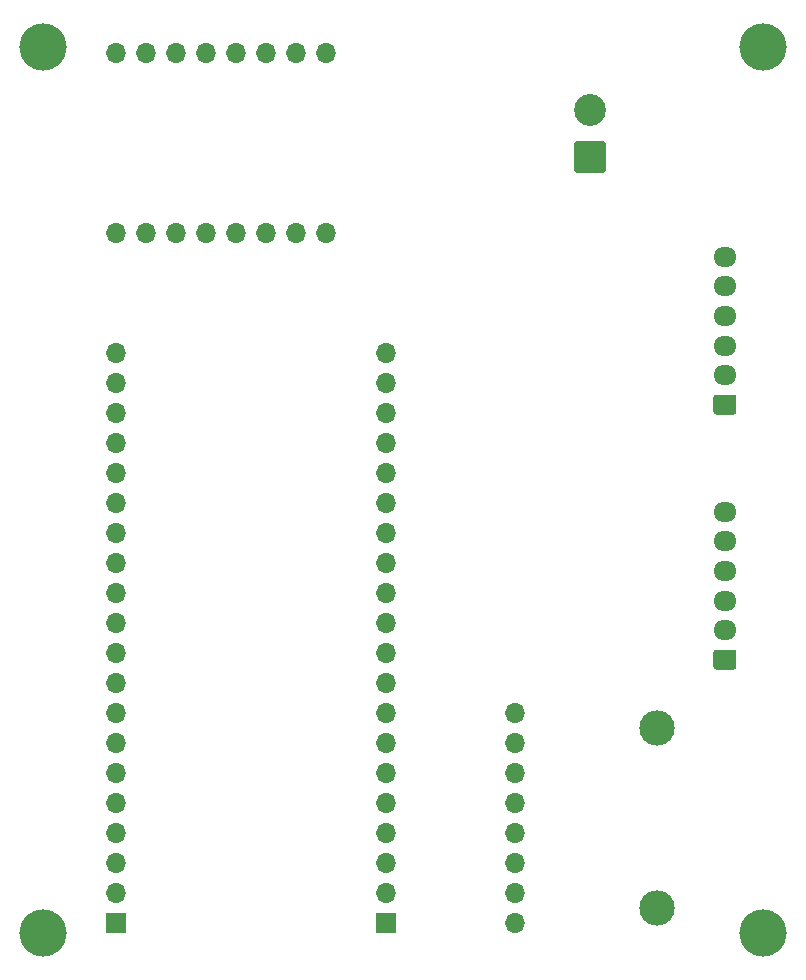
<source format=gbr>
%TF.GenerationSoftware,KiCad,Pcbnew,5.1.9*%
%TF.CreationDate,2021-05-07T09:39:52+08:00*%
%TF.ProjectId,control_board,636f6e74-726f-46c5-9f62-6f6172642e6b,rev?*%
%TF.SameCoordinates,Original*%
%TF.FileFunction,Soldermask,Top*%
%TF.FilePolarity,Negative*%
%FSLAX46Y46*%
G04 Gerber Fmt 4.6, Leading zero omitted, Abs format (unit mm)*
G04 Created by KiCad (PCBNEW 5.1.9) date 2021-05-07 09:39:52*
%MOMM*%
%LPD*%
G01*
G04 APERTURE LIST*
%ADD10C,4.000000*%
%ADD11O,1.700000X1.700000*%
%ADD12O,1.950000X1.700000*%
%ADD13C,2.700000*%
%ADD14R,1.700000X1.700000*%
%ADD15O,3.000000X3.000000*%
G04 APERTURE END LIST*
D10*
%TO.C,REF\u002A\u002A*%
X89500000Y-119500000D03*
%TD*%
D11*
%TO.C,U3*%
X113490000Y-44990000D03*
X110950000Y-44990000D03*
X108410000Y-44990000D03*
X105870000Y-44990000D03*
X103330000Y-44990000D03*
X100790000Y-44990000D03*
X98250000Y-44990000D03*
X95710000Y-44990000D03*
X113490000Y-60230000D03*
X110950000Y-60230000D03*
X108410000Y-60230000D03*
X105870000Y-60230000D03*
X103330000Y-60230000D03*
X100790000Y-60230000D03*
X98250000Y-60230000D03*
X95710000Y-60230000D03*
%TD*%
D10*
%TO.C,REF\u002A\u002A*%
X150500000Y-119500000D03*
%TD*%
%TO.C,REF\u002A\u002A*%
X150500000Y-44500000D03*
%TD*%
%TO.C,REF\u002A\u002A*%
X89500000Y-44500000D03*
%TD*%
D12*
%TO.C,J2*%
X147255000Y-62255000D03*
X147255000Y-64755000D03*
X147255000Y-67255000D03*
X147255000Y-69755000D03*
X147255000Y-72255000D03*
G36*
G01*
X147980000Y-75605000D02*
X146530000Y-75605000D01*
G75*
G02*
X146280000Y-75355000I0J250000D01*
G01*
X146280000Y-74155000D01*
G75*
G02*
X146530000Y-73905000I250000J0D01*
G01*
X147980000Y-73905000D01*
G75*
G02*
X148230000Y-74155000I0J-250000D01*
G01*
X148230000Y-75355000D01*
G75*
G02*
X147980000Y-75605000I-250000J0D01*
G01*
G37*
%TD*%
%TO.C,J3*%
G36*
G01*
X147980000Y-97195000D02*
X146530000Y-97195000D01*
G75*
G02*
X146280000Y-96945000I0J250000D01*
G01*
X146280000Y-95745000D01*
G75*
G02*
X146530000Y-95495000I250000J0D01*
G01*
X147980000Y-95495000D01*
G75*
G02*
X148230000Y-95745000I0J-250000D01*
G01*
X148230000Y-96945000D01*
G75*
G02*
X147980000Y-97195000I-250000J0D01*
G01*
G37*
X147255000Y-93845000D03*
X147255000Y-91345000D03*
X147255000Y-88845000D03*
X147255000Y-86345000D03*
X147255000Y-83845000D03*
%TD*%
%TO.C,J1*%
G36*
G01*
X136924999Y-55150000D02*
X134725001Y-55150000D01*
G75*
G02*
X134475000Y-54899999I0J250001D01*
G01*
X134475000Y-52700001D01*
G75*
G02*
X134725001Y-52450000I250001J0D01*
G01*
X136924999Y-52450000D01*
G75*
G02*
X137175000Y-52700001I0J-250001D01*
G01*
X137175000Y-54899999D01*
G75*
G02*
X136924999Y-55150000I-250001J0D01*
G01*
G37*
D13*
X135825000Y-49840000D03*
%TD*%
D11*
%TO.C,U1*%
X118570000Y-70390000D03*
X118570000Y-72930000D03*
X118570000Y-75470000D03*
X118570000Y-78010000D03*
X118570000Y-80550000D03*
X118570000Y-83090000D03*
X118570000Y-85630000D03*
X118570000Y-88170000D03*
X118570000Y-90710000D03*
X118570000Y-93250000D03*
X118570000Y-95790000D03*
X118570000Y-98330000D03*
X118570000Y-100870000D03*
X118570000Y-103410000D03*
X118570000Y-105950000D03*
X118570000Y-108490000D03*
X118570000Y-111030000D03*
X118570000Y-113570000D03*
X118570000Y-116110000D03*
D14*
X118570000Y-118650000D03*
D11*
X95710000Y-108490000D03*
D14*
X95710000Y-118650000D03*
D11*
X95710000Y-103410000D03*
X95710000Y-90710000D03*
X95710000Y-78010000D03*
X95710000Y-105950000D03*
X95710000Y-83090000D03*
X95710000Y-116110000D03*
X95710000Y-88170000D03*
X95710000Y-80550000D03*
X95710000Y-95790000D03*
X95710000Y-98330000D03*
X95710000Y-72930000D03*
X95710000Y-111030000D03*
X95710000Y-100870000D03*
X95710000Y-85630000D03*
X95710000Y-70390000D03*
X95710000Y-113570000D03*
X95710000Y-75470000D03*
X95710000Y-93250000D03*
%TD*%
%TO.C,U2*%
X129460000Y-100870000D03*
X129460000Y-103410000D03*
X129460000Y-105950000D03*
X129460000Y-108490000D03*
X129460000Y-111030000D03*
X129460000Y-113570000D03*
X129460000Y-116110000D03*
X129460000Y-118650000D03*
D15*
X141460000Y-102140000D03*
X141460000Y-117380000D03*
%TD*%
M02*

</source>
